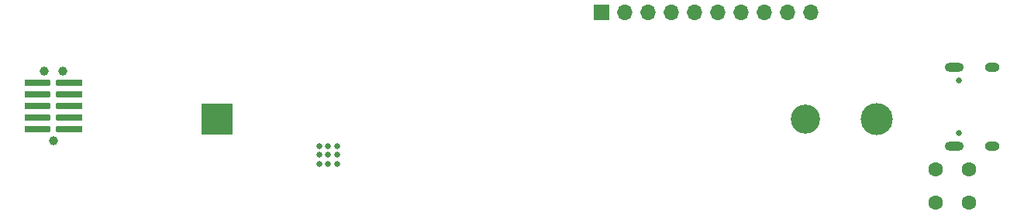
<source format=gbr>
%TF.GenerationSoftware,KiCad,Pcbnew,8.0.3*%
%TF.CreationDate,2025-03-20T13:05:17+01:00*%
%TF.ProjectId,Methanesense,4d657468-616e-4657-9365-6e73652e6b69,v2.0.0*%
%TF.SameCoordinates,Original*%
%TF.FileFunction,Soldermask,Bot*%
%TF.FilePolarity,Negative*%
%FSLAX46Y46*%
G04 Gerber Fmt 4.6, Leading zero omitted, Abs format (unit mm)*
G04 Created by KiCad (PCBNEW 8.0.3) date 2025-03-20 13:05:17*
%MOMM*%
%LPD*%
G01*
G04 APERTURE LIST*
%ADD10R,1.700000X1.700000*%
%ADD11O,1.700000X1.700000*%
%ADD12C,0.650000*%
%ADD13O,2.100000X1.000000*%
%ADD14O,1.600000X1.000000*%
%ADD15C,1.600000*%
%ADD16C,0.990600*%
%ADD17R,2.400000X0.740000*%
%ADD18C,0.787400*%
%ADD19C,3.200000*%
%ADD20R,3.500000X3.500000*%
%ADD21C,3.500000*%
G04 APERTURE END LIST*
D10*
%TO.C,J5*%
X106840000Y-51600000D03*
D11*
X109380000Y-51600000D03*
X111920000Y-51600000D03*
X114460000Y-51600000D03*
X117000000Y-51600000D03*
X119540000Y-51600000D03*
X122080000Y-51600000D03*
X124620000Y-51600000D03*
X127160000Y-51600000D03*
X129700000Y-51600000D03*
%TD*%
D12*
%TO.C,U3*%
X78015686Y-68200000D03*
X78015686Y-67200000D03*
X78015686Y-66200000D03*
X77015686Y-68200000D03*
X77015686Y-67200000D03*
X77015686Y-66200000D03*
X76015686Y-68200000D03*
X76015686Y-67200000D03*
X76015686Y-66200000D03*
%TD*%
%TO.C,J1*%
X145895000Y-64780000D03*
X145895000Y-59000000D03*
D13*
X145395000Y-66210000D03*
D14*
X149575000Y-66210000D03*
D13*
X145395000Y-57570000D03*
D14*
X149575000Y-57570000D03*
%TD*%
D15*
%TO.C,S1*%
X147000000Y-72400000D03*
X143400000Y-72400000D03*
X143400000Y-68800000D03*
X147000000Y-68800000D03*
%TD*%
D16*
%TO.C,J6*%
X45968000Y-58000000D03*
X46984000Y-65620000D03*
X48000000Y-58000000D03*
D17*
X45034000Y-64350000D03*
D18*
X46349000Y-64350000D03*
X47619000Y-64350000D03*
D17*
X48934000Y-64350000D03*
X45034000Y-63080000D03*
D18*
X46349000Y-63080000D03*
X47619000Y-63080000D03*
D17*
X48934000Y-63080000D03*
X45034000Y-61810000D03*
D18*
X46349000Y-61810000D03*
X47619000Y-61810000D03*
D17*
X48934000Y-61810000D03*
X45034000Y-60540000D03*
D18*
X46349000Y-60540000D03*
X47619000Y-60540000D03*
D17*
X48934000Y-60540000D03*
X45034000Y-59270000D03*
D18*
X46349000Y-59270000D03*
X47619000Y-59270000D03*
D17*
X48934000Y-59270000D03*
%TD*%
D19*
%TO.C,BT1*%
X129150000Y-63250000D03*
D20*
X64895000Y-63250000D03*
D21*
X136895000Y-63250000D03*
%TD*%
M02*

</source>
